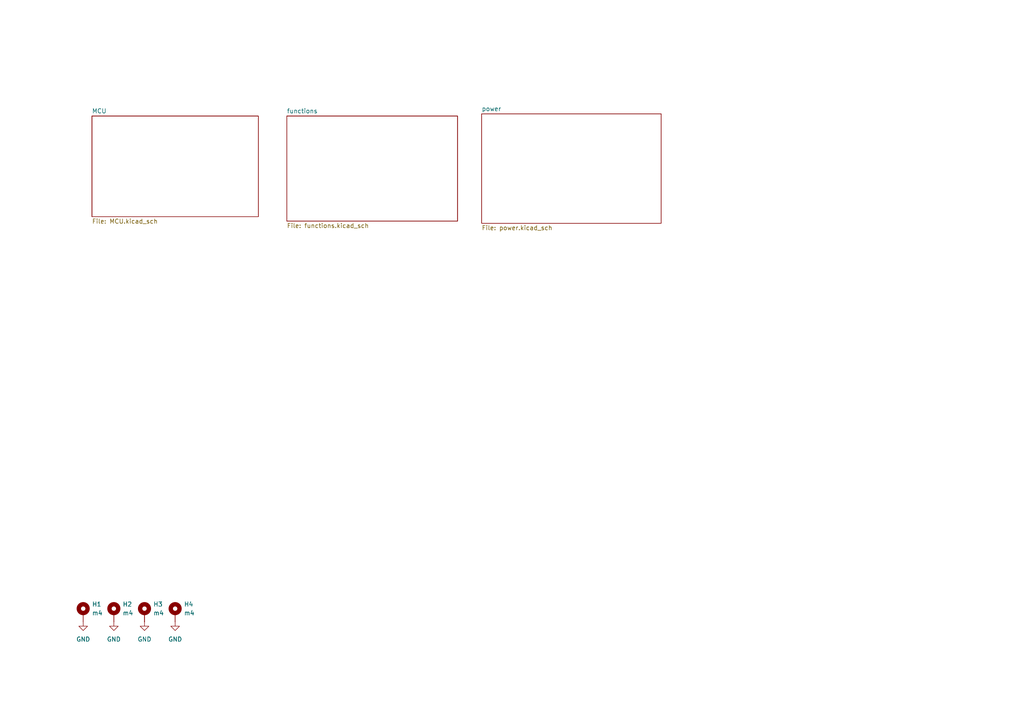
<source format=kicad_sch>
(kicad_sch (version 20250114) (generator "eeschema") (generator_version "9.0")
  (paper "A4")
  (title_block (title "AViC mark 4") (date "2025-07-04") (company "GPX.SPACE"))
  (lib_symbols
    (symbol "Mechanical:MountingHole_Pad" (pin_numbers (hide yes)) (pin_names (offset 1.016) (hide yes)) (exclude_from_sim yes) (in_bom no)
      (property "Reference" "H" (at 0 6.35 0))
      (property "Value" "MountingHole_Pad" (at 0 4.445 0))
      (symbol "MountingHole_Pad_0_1"
        (circle (center 0 1.27) (radius 1.27) (stroke (width 1.27)))
      )
      (symbol "MountingHole_Pad_1_1"
        (pin input line (at 0 -2.54 90) (length 2.54) (name "1") (number "1"))
      )
    )
    (symbol "power:GND" (power) (pin_numbers (hide yes)) (pin_names (offset 0) (hide yes))
      (property "Value" "GND" (at 0 -3.81 0))
      (symbol "GND_0_1"
        (polyline (pts (xy 0 0) (xy 0 -1.27) (xy 1.27 -1.27) (xy 0 -2.54) (xy -1.27 -1.27) (xy 0 -1.27)))
      )
      (symbol "GND_1_1"
        (pin power_in line (at 0 0 270) (length 0) (name "~") (number "1"))
      )
    )
  )
  (symbol (lib_id "Mechanical:MountingHole_Pad") (at 33.02 177.8 0) (unit 1) (exclude_from_sim yes) (in_bom no)
    (property "Reference" "H2" (at 35.56 175.2599 0) (effects (justify left)))
    (property "Value" "m4" (at 35.56 177.7999 0) (effects (justify left)))
    (property "Footprint" "MountingHole:MountingHole_4.3mm_M4_ISO14580_Pad" (effects (hide yes)))
    (property "Description" "Mounting Hole with connection" (effects (hide yes)))
  )
  (symbol (lib_id "power:GND") (at 50.8 180.34 0) (unit 1)
    (property "Reference" "#PWR04" (effects (hide yes)))
    (property "Value" "GND" (at 50.8 185.42 0))
    (property "Description" "Power symbol creates a global label with name \"GND\" , ground" (effects (hide yes)))
  )
  (symbol (lib_id "Mechanical:MountingHole_Pad") (at 50.8 177.8 0) (unit 1) (exclude_from_sim yes) (in_bom no)
    (property "Reference" "H4" (at 53.34 175.2599 0) (effects (justify left)))
    (property "Value" "m4" (at 53.34 177.7999 0) (effects (justify left)))
    (property "Footprint" "MountingHole:MountingHole_4.3mm_M4_ISO14580_Pad" (effects (hide yes)))
    (property "Description" "Mounting Hole with connection" (effects (hide yes)))
  )
  (symbol (lib_id "Mechanical:MountingHole_Pad") (at 41.91 177.8 0) (unit 1) (exclude_from_sim yes) (in_bom no)
    (property "Reference" "H3" (at 44.45 175.2599 0) (effects (justify left)))
    (property "Value" "m4" (at 44.45 177.7999 0) (effects (justify left)))
    (property "Footprint" "MountingHole:MountingHole_4.3mm_M4_ISO14580_Pad" (effects (hide yes)))
    (property "Description" "Mounting Hole with connection" (effects (hide yes)))
  )
  (symbol (lib_id "power:GND") (at 24.13 180.34 0) (unit 1)
    (property "Reference" "#PWR01" (effects (hide yes)))
    (property "Value" "GND" (at 24.13 185.42 0))
    (property "Description" "Power symbol creates a global label with name \"GND\" , ground" (effects (hide yes)))
  )
  (symbol (lib_id "power:GND") (at 33.02 180.34 0) (unit 1)
    (property "Reference" "#PWR02" (effects (hide yes)))
    (property "Value" "GND" (at 33.02 185.42 0))
    (property "Description" "Power symbol creates a global label with name \"GND\" , ground" (effects (hide yes)))
  )
  (symbol (lib_id "power:GND") (at 41.91 180.34 0) (unit 1)
    (property "Reference" "#PWR03" (effects (hide yes)))
    (property "Value" "GND" (at 41.91 185.42 0))
    (property "Description" "Power symbol creates a global label with name \"GND\" , ground" (effects (hide yes)))
  )
  (symbol (lib_id "Mechanical:MountingHole_Pad") (at 24.13 177.8 0) (unit 1) (exclude_from_sim yes) (in_bom no)
    (property "Reference" "H1" (at 26.67 175.2599 0) (effects (justify left)))
    (property "Value" "m4" (at 26.67 177.7999 0) (effects (justify left)))
    (property "Footprint" "MountingHole:MountingHole_4.3mm_M4_ISO14580_Pad" (effects (hide yes)))
    (property "Description" "Mounting Hole with connection" (effects (hide yes)))
  )
  (sheet (at 139.7 33.02) (size 52.07 31.75) (stroke (width 0.1524))
    (property "Sheetname" "power" (at 139.7 32.3084 0) (effects (justify left bottom)))
    (property "Sheetfile" "power.kicad_sch" (at 139.7 65.3546 0) (effects (justify left top)))
  )
  (sheet (at 83.185 33.655) (size 49.53 30.48) (stroke (width 0.1524))
    (property "Sheetname" "functions" (at 83.185 32.9434 0) (effects (justify left bottom)))
    (property "Sheetfile" "functions.kicad_sch" (at 83.185 64.7196 0) (effects (justify left top)))
  )
  (sheet (at 26.67 33.655) (size 48.26 29.21) (stroke (width 0.1524))
    (property "Sheetname" "MCU" (at 26.67 32.9434 0) (effects (justify left bottom)))
    (property "Sheetfile" "MCU.kicad_sch" (at 26.67 63.4496 0) (effects (justify left top)))
  )
)
</source>
